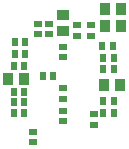
<source format=gbp>
G04*
G04 #@! TF.GenerationSoftware,Altium Limited,Altium Designer,24.4.1 (13)*
G04*
G04 Layer_Color=128*
%FSLAX44Y44*%
%MOMM*%
G71*
G04*
G04 #@! TF.SameCoordinates,15E4D96D-5BE7-4AE5-8AB4-AC3752DCFCC4*
G04*
G04*
G04 #@! TF.FilePolarity,Positive*
G04*
G01*
G75*
%ADD20R,0.9000X1.0000*%
%ADD23R,0.6000X0.6400*%
%ADD26R,0.6400X0.6000*%
%ADD31R,1.0000X0.9000*%
D20*
X542250Y446000D02*
D03*
X555750D02*
D03*
X624250Y505000D02*
D03*
X637750D02*
D03*
Y491000D02*
D03*
X624250D02*
D03*
X637000Y440500D02*
D03*
X623500D02*
D03*
D23*
X555400Y417000D02*
D03*
X546600D02*
D03*
X571600Y448000D02*
D03*
X580400D02*
D03*
X621600Y474000D02*
D03*
X630400D02*
D03*
X622600Y454000D02*
D03*
X631400D02*
D03*
X555400Y435000D02*
D03*
X546600D02*
D03*
Y426000D02*
D03*
X555400D02*
D03*
Y457000D02*
D03*
X546600D02*
D03*
X631400Y464000D02*
D03*
X622600D02*
D03*
X631400Y427000D02*
D03*
X622600D02*
D03*
X631400Y417000D02*
D03*
X622600D02*
D03*
X556400Y477000D02*
D03*
X547600D02*
D03*
Y467000D02*
D03*
X556400D02*
D03*
D26*
X563000Y401400D02*
D03*
Y392600D02*
D03*
X614371Y407120D02*
D03*
Y415920D02*
D03*
X577000Y483600D02*
D03*
Y492400D02*
D03*
X567000D02*
D03*
Y483600D02*
D03*
X612000Y482600D02*
D03*
Y491400D02*
D03*
X600000D02*
D03*
Y482600D02*
D03*
X588500Y464100D02*
D03*
Y472900D02*
D03*
Y410100D02*
D03*
Y418900D02*
D03*
Y437900D02*
D03*
Y429100D02*
D03*
D31*
Y486750D02*
D03*
Y500250D02*
D03*
M02*

</source>
